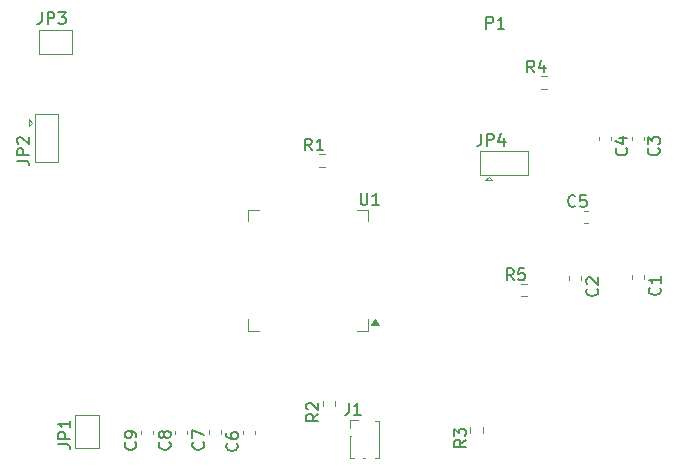
<source format=gbr>
%TF.GenerationSoftware,KiCad,Pcbnew,8.0.6*%
%TF.CreationDate,2024-10-28T16:17:03-03:00*%
%TF.ProjectId,CW312T_STM32F,43573331-3254-45f5-9354-4d3332462e6b,rev?*%
%TF.SameCoordinates,Original*%
%TF.FileFunction,Legend,Top*%
%TF.FilePolarity,Positive*%
%FSLAX46Y46*%
G04 Gerber Fmt 4.6, Leading zero omitted, Abs format (unit mm)*
G04 Created by KiCad (PCBNEW 8.0.6) date 2024-10-28 16:17:03*
%MOMM*%
%LPD*%
G01*
G04 APERTURE LIST*
%ADD10C,0.150000*%
%ADD11C,0.120000*%
G04 APERTURE END LIST*
D10*
X137354819Y-100566666D02*
X136878628Y-100899999D01*
X137354819Y-101138094D02*
X136354819Y-101138094D01*
X136354819Y-101138094D02*
X136354819Y-100757142D01*
X136354819Y-100757142D02*
X136402438Y-100661904D01*
X136402438Y-100661904D02*
X136450057Y-100614285D01*
X136450057Y-100614285D02*
X136545295Y-100566666D01*
X136545295Y-100566666D02*
X136688152Y-100566666D01*
X136688152Y-100566666D02*
X136783390Y-100614285D01*
X136783390Y-100614285D02*
X136831009Y-100661904D01*
X136831009Y-100661904D02*
X136878628Y-100757142D01*
X136878628Y-100757142D02*
X136878628Y-101138094D01*
X136450057Y-100185713D02*
X136402438Y-100138094D01*
X136402438Y-100138094D02*
X136354819Y-100042856D01*
X136354819Y-100042856D02*
X136354819Y-99804761D01*
X136354819Y-99804761D02*
X136402438Y-99709523D01*
X136402438Y-99709523D02*
X136450057Y-99661904D01*
X136450057Y-99661904D02*
X136545295Y-99614285D01*
X136545295Y-99614285D02*
X136640533Y-99614285D01*
X136640533Y-99614285D02*
X136783390Y-99661904D01*
X136783390Y-99661904D02*
X137354819Y-100233332D01*
X137354819Y-100233332D02*
X137354819Y-99614285D01*
X159133333Y-82959580D02*
X159085714Y-83007200D01*
X159085714Y-83007200D02*
X158942857Y-83054819D01*
X158942857Y-83054819D02*
X158847619Y-83054819D01*
X158847619Y-83054819D02*
X158704762Y-83007200D01*
X158704762Y-83007200D02*
X158609524Y-82911961D01*
X158609524Y-82911961D02*
X158561905Y-82816723D01*
X158561905Y-82816723D02*
X158514286Y-82626247D01*
X158514286Y-82626247D02*
X158514286Y-82483390D01*
X158514286Y-82483390D02*
X158561905Y-82292914D01*
X158561905Y-82292914D02*
X158609524Y-82197676D01*
X158609524Y-82197676D02*
X158704762Y-82102438D01*
X158704762Y-82102438D02*
X158847619Y-82054819D01*
X158847619Y-82054819D02*
X158942857Y-82054819D01*
X158942857Y-82054819D02*
X159085714Y-82102438D01*
X159085714Y-82102438D02*
X159133333Y-82150057D01*
X160038095Y-82054819D02*
X159561905Y-82054819D01*
X159561905Y-82054819D02*
X159514286Y-82531009D01*
X159514286Y-82531009D02*
X159561905Y-82483390D01*
X159561905Y-82483390D02*
X159657143Y-82435771D01*
X159657143Y-82435771D02*
X159895238Y-82435771D01*
X159895238Y-82435771D02*
X159990476Y-82483390D01*
X159990476Y-82483390D02*
X160038095Y-82531009D01*
X160038095Y-82531009D02*
X160085714Y-82626247D01*
X160085714Y-82626247D02*
X160085714Y-82864342D01*
X160085714Y-82864342D02*
X160038095Y-82959580D01*
X160038095Y-82959580D02*
X159990476Y-83007200D01*
X159990476Y-83007200D02*
X159895238Y-83054819D01*
X159895238Y-83054819D02*
X159657143Y-83054819D01*
X159657143Y-83054819D02*
X159561905Y-83007200D01*
X159561905Y-83007200D02*
X159514286Y-82959580D01*
X151591905Y-67949819D02*
X151591905Y-66949819D01*
X151591905Y-66949819D02*
X151972857Y-66949819D01*
X151972857Y-66949819D02*
X152068095Y-66997438D01*
X152068095Y-66997438D02*
X152115714Y-67045057D01*
X152115714Y-67045057D02*
X152163333Y-67140295D01*
X152163333Y-67140295D02*
X152163333Y-67283152D01*
X152163333Y-67283152D02*
X152115714Y-67378390D01*
X152115714Y-67378390D02*
X152068095Y-67426009D01*
X152068095Y-67426009D02*
X151972857Y-67473628D01*
X151972857Y-67473628D02*
X151591905Y-67473628D01*
X153115714Y-67949819D02*
X152544286Y-67949819D01*
X152830000Y-67949819D02*
X152830000Y-66949819D01*
X152830000Y-66949819D02*
X152734762Y-67092676D01*
X152734762Y-67092676D02*
X152639524Y-67187914D01*
X152639524Y-67187914D02*
X152544286Y-67235533D01*
X155633333Y-71654819D02*
X155300000Y-71178628D01*
X155061905Y-71654819D02*
X155061905Y-70654819D01*
X155061905Y-70654819D02*
X155442857Y-70654819D01*
X155442857Y-70654819D02*
X155538095Y-70702438D01*
X155538095Y-70702438D02*
X155585714Y-70750057D01*
X155585714Y-70750057D02*
X155633333Y-70845295D01*
X155633333Y-70845295D02*
X155633333Y-70988152D01*
X155633333Y-70988152D02*
X155585714Y-71083390D01*
X155585714Y-71083390D02*
X155538095Y-71131009D01*
X155538095Y-71131009D02*
X155442857Y-71178628D01*
X155442857Y-71178628D02*
X155061905Y-71178628D01*
X156490476Y-70988152D02*
X156490476Y-71654819D01*
X156252381Y-70607200D02*
X156014286Y-71321485D01*
X156014286Y-71321485D02*
X156633333Y-71321485D01*
X115354819Y-103133333D02*
X116069104Y-103133333D01*
X116069104Y-103133333D02*
X116211961Y-103180952D01*
X116211961Y-103180952D02*
X116307200Y-103276190D01*
X116307200Y-103276190D02*
X116354819Y-103419047D01*
X116354819Y-103419047D02*
X116354819Y-103514285D01*
X116354819Y-102657142D02*
X115354819Y-102657142D01*
X115354819Y-102657142D02*
X115354819Y-102276190D01*
X115354819Y-102276190D02*
X115402438Y-102180952D01*
X115402438Y-102180952D02*
X115450057Y-102133333D01*
X115450057Y-102133333D02*
X115545295Y-102085714D01*
X115545295Y-102085714D02*
X115688152Y-102085714D01*
X115688152Y-102085714D02*
X115783390Y-102133333D01*
X115783390Y-102133333D02*
X115831009Y-102180952D01*
X115831009Y-102180952D02*
X115878628Y-102276190D01*
X115878628Y-102276190D02*
X115878628Y-102657142D01*
X116354819Y-101133333D02*
X116354819Y-101704761D01*
X116354819Y-101419047D02*
X115354819Y-101419047D01*
X115354819Y-101419047D02*
X115497676Y-101514285D01*
X115497676Y-101514285D02*
X115592914Y-101609523D01*
X115592914Y-101609523D02*
X115640533Y-101704761D01*
X140938095Y-81854819D02*
X140938095Y-82664342D01*
X140938095Y-82664342D02*
X140985714Y-82759580D01*
X140985714Y-82759580D02*
X141033333Y-82807200D01*
X141033333Y-82807200D02*
X141128571Y-82854819D01*
X141128571Y-82854819D02*
X141319047Y-82854819D01*
X141319047Y-82854819D02*
X141414285Y-82807200D01*
X141414285Y-82807200D02*
X141461904Y-82759580D01*
X141461904Y-82759580D02*
X141509523Y-82664342D01*
X141509523Y-82664342D02*
X141509523Y-81854819D01*
X142509523Y-82854819D02*
X141938095Y-82854819D01*
X142223809Y-82854819D02*
X142223809Y-81854819D01*
X142223809Y-81854819D02*
X142128571Y-81997676D01*
X142128571Y-81997676D02*
X142033333Y-82092914D01*
X142033333Y-82092914D02*
X141938095Y-82140533D01*
X113966666Y-66554819D02*
X113966666Y-67269104D01*
X113966666Y-67269104D02*
X113919047Y-67411961D01*
X113919047Y-67411961D02*
X113823809Y-67507200D01*
X113823809Y-67507200D02*
X113680952Y-67554819D01*
X113680952Y-67554819D02*
X113585714Y-67554819D01*
X114442857Y-67554819D02*
X114442857Y-66554819D01*
X114442857Y-66554819D02*
X114823809Y-66554819D01*
X114823809Y-66554819D02*
X114919047Y-66602438D01*
X114919047Y-66602438D02*
X114966666Y-66650057D01*
X114966666Y-66650057D02*
X115014285Y-66745295D01*
X115014285Y-66745295D02*
X115014285Y-66888152D01*
X115014285Y-66888152D02*
X114966666Y-66983390D01*
X114966666Y-66983390D02*
X114919047Y-67031009D01*
X114919047Y-67031009D02*
X114823809Y-67078628D01*
X114823809Y-67078628D02*
X114442857Y-67078628D01*
X115347619Y-66554819D02*
X115966666Y-66554819D01*
X115966666Y-66554819D02*
X115633333Y-66935771D01*
X115633333Y-66935771D02*
X115776190Y-66935771D01*
X115776190Y-66935771D02*
X115871428Y-66983390D01*
X115871428Y-66983390D02*
X115919047Y-67031009D01*
X115919047Y-67031009D02*
X115966666Y-67126247D01*
X115966666Y-67126247D02*
X115966666Y-67364342D01*
X115966666Y-67364342D02*
X115919047Y-67459580D01*
X115919047Y-67459580D02*
X115871428Y-67507200D01*
X115871428Y-67507200D02*
X115776190Y-67554819D01*
X115776190Y-67554819D02*
X115490476Y-67554819D01*
X115490476Y-67554819D02*
X115395238Y-67507200D01*
X115395238Y-67507200D02*
X115347619Y-67459580D01*
X166159580Y-78066666D02*
X166207200Y-78114285D01*
X166207200Y-78114285D02*
X166254819Y-78257142D01*
X166254819Y-78257142D02*
X166254819Y-78352380D01*
X166254819Y-78352380D02*
X166207200Y-78495237D01*
X166207200Y-78495237D02*
X166111961Y-78590475D01*
X166111961Y-78590475D02*
X166016723Y-78638094D01*
X166016723Y-78638094D02*
X165826247Y-78685713D01*
X165826247Y-78685713D02*
X165683390Y-78685713D01*
X165683390Y-78685713D02*
X165492914Y-78638094D01*
X165492914Y-78638094D02*
X165397676Y-78590475D01*
X165397676Y-78590475D02*
X165302438Y-78495237D01*
X165302438Y-78495237D02*
X165254819Y-78352380D01*
X165254819Y-78352380D02*
X165254819Y-78257142D01*
X165254819Y-78257142D02*
X165302438Y-78114285D01*
X165302438Y-78114285D02*
X165350057Y-78066666D01*
X165254819Y-77733332D02*
X165254819Y-77114285D01*
X165254819Y-77114285D02*
X165635771Y-77447618D01*
X165635771Y-77447618D02*
X165635771Y-77304761D01*
X165635771Y-77304761D02*
X165683390Y-77209523D01*
X165683390Y-77209523D02*
X165731009Y-77161904D01*
X165731009Y-77161904D02*
X165826247Y-77114285D01*
X165826247Y-77114285D02*
X166064342Y-77114285D01*
X166064342Y-77114285D02*
X166159580Y-77161904D01*
X166159580Y-77161904D02*
X166207200Y-77209523D01*
X166207200Y-77209523D02*
X166254819Y-77304761D01*
X166254819Y-77304761D02*
X166254819Y-77590475D01*
X166254819Y-77590475D02*
X166207200Y-77685713D01*
X166207200Y-77685713D02*
X166159580Y-77733332D01*
X160959580Y-89966666D02*
X161007200Y-90014285D01*
X161007200Y-90014285D02*
X161054819Y-90157142D01*
X161054819Y-90157142D02*
X161054819Y-90252380D01*
X161054819Y-90252380D02*
X161007200Y-90395237D01*
X161007200Y-90395237D02*
X160911961Y-90490475D01*
X160911961Y-90490475D02*
X160816723Y-90538094D01*
X160816723Y-90538094D02*
X160626247Y-90585713D01*
X160626247Y-90585713D02*
X160483390Y-90585713D01*
X160483390Y-90585713D02*
X160292914Y-90538094D01*
X160292914Y-90538094D02*
X160197676Y-90490475D01*
X160197676Y-90490475D02*
X160102438Y-90395237D01*
X160102438Y-90395237D02*
X160054819Y-90252380D01*
X160054819Y-90252380D02*
X160054819Y-90157142D01*
X160054819Y-90157142D02*
X160102438Y-90014285D01*
X160102438Y-90014285D02*
X160150057Y-89966666D01*
X160150057Y-89585713D02*
X160102438Y-89538094D01*
X160102438Y-89538094D02*
X160054819Y-89442856D01*
X160054819Y-89442856D02*
X160054819Y-89204761D01*
X160054819Y-89204761D02*
X160102438Y-89109523D01*
X160102438Y-89109523D02*
X160150057Y-89061904D01*
X160150057Y-89061904D02*
X160245295Y-89014285D01*
X160245295Y-89014285D02*
X160340533Y-89014285D01*
X160340533Y-89014285D02*
X160483390Y-89061904D01*
X160483390Y-89061904D02*
X161054819Y-89633332D01*
X161054819Y-89633332D02*
X161054819Y-89014285D01*
X149854819Y-102766666D02*
X149378628Y-103099999D01*
X149854819Y-103338094D02*
X148854819Y-103338094D01*
X148854819Y-103338094D02*
X148854819Y-102957142D01*
X148854819Y-102957142D02*
X148902438Y-102861904D01*
X148902438Y-102861904D02*
X148950057Y-102814285D01*
X148950057Y-102814285D02*
X149045295Y-102766666D01*
X149045295Y-102766666D02*
X149188152Y-102766666D01*
X149188152Y-102766666D02*
X149283390Y-102814285D01*
X149283390Y-102814285D02*
X149331009Y-102861904D01*
X149331009Y-102861904D02*
X149378628Y-102957142D01*
X149378628Y-102957142D02*
X149378628Y-103338094D01*
X148854819Y-102433332D02*
X148854819Y-101814285D01*
X148854819Y-101814285D02*
X149235771Y-102147618D01*
X149235771Y-102147618D02*
X149235771Y-102004761D01*
X149235771Y-102004761D02*
X149283390Y-101909523D01*
X149283390Y-101909523D02*
X149331009Y-101861904D01*
X149331009Y-101861904D02*
X149426247Y-101814285D01*
X149426247Y-101814285D02*
X149664342Y-101814285D01*
X149664342Y-101814285D02*
X149759580Y-101861904D01*
X149759580Y-101861904D02*
X149807200Y-101909523D01*
X149807200Y-101909523D02*
X149854819Y-102004761D01*
X149854819Y-102004761D02*
X149854819Y-102290475D01*
X149854819Y-102290475D02*
X149807200Y-102385713D01*
X149807200Y-102385713D02*
X149759580Y-102433332D01*
X163434580Y-78066666D02*
X163482200Y-78114285D01*
X163482200Y-78114285D02*
X163529819Y-78257142D01*
X163529819Y-78257142D02*
X163529819Y-78352380D01*
X163529819Y-78352380D02*
X163482200Y-78495237D01*
X163482200Y-78495237D02*
X163386961Y-78590475D01*
X163386961Y-78590475D02*
X163291723Y-78638094D01*
X163291723Y-78638094D02*
X163101247Y-78685713D01*
X163101247Y-78685713D02*
X162958390Y-78685713D01*
X162958390Y-78685713D02*
X162767914Y-78638094D01*
X162767914Y-78638094D02*
X162672676Y-78590475D01*
X162672676Y-78590475D02*
X162577438Y-78495237D01*
X162577438Y-78495237D02*
X162529819Y-78352380D01*
X162529819Y-78352380D02*
X162529819Y-78257142D01*
X162529819Y-78257142D02*
X162577438Y-78114285D01*
X162577438Y-78114285D02*
X162625057Y-78066666D01*
X162863152Y-77209523D02*
X163529819Y-77209523D01*
X162482200Y-77447618D02*
X163196485Y-77685713D01*
X163196485Y-77685713D02*
X163196485Y-77066666D01*
X166259580Y-89866666D02*
X166307200Y-89914285D01*
X166307200Y-89914285D02*
X166354819Y-90057142D01*
X166354819Y-90057142D02*
X166354819Y-90152380D01*
X166354819Y-90152380D02*
X166307200Y-90295237D01*
X166307200Y-90295237D02*
X166211961Y-90390475D01*
X166211961Y-90390475D02*
X166116723Y-90438094D01*
X166116723Y-90438094D02*
X165926247Y-90485713D01*
X165926247Y-90485713D02*
X165783390Y-90485713D01*
X165783390Y-90485713D02*
X165592914Y-90438094D01*
X165592914Y-90438094D02*
X165497676Y-90390475D01*
X165497676Y-90390475D02*
X165402438Y-90295237D01*
X165402438Y-90295237D02*
X165354819Y-90152380D01*
X165354819Y-90152380D02*
X165354819Y-90057142D01*
X165354819Y-90057142D02*
X165402438Y-89914285D01*
X165402438Y-89914285D02*
X165450057Y-89866666D01*
X166354819Y-88914285D02*
X166354819Y-89485713D01*
X166354819Y-89199999D02*
X165354819Y-89199999D01*
X165354819Y-89199999D02*
X165497676Y-89295237D01*
X165497676Y-89295237D02*
X165592914Y-89390475D01*
X165592914Y-89390475D02*
X165640533Y-89485713D01*
X153908333Y-89254819D02*
X153575000Y-88778628D01*
X153336905Y-89254819D02*
X153336905Y-88254819D01*
X153336905Y-88254819D02*
X153717857Y-88254819D01*
X153717857Y-88254819D02*
X153813095Y-88302438D01*
X153813095Y-88302438D02*
X153860714Y-88350057D01*
X153860714Y-88350057D02*
X153908333Y-88445295D01*
X153908333Y-88445295D02*
X153908333Y-88588152D01*
X153908333Y-88588152D02*
X153860714Y-88683390D01*
X153860714Y-88683390D02*
X153813095Y-88731009D01*
X153813095Y-88731009D02*
X153717857Y-88778628D01*
X153717857Y-88778628D02*
X153336905Y-88778628D01*
X154813095Y-88254819D02*
X154336905Y-88254819D01*
X154336905Y-88254819D02*
X154289286Y-88731009D01*
X154289286Y-88731009D02*
X154336905Y-88683390D01*
X154336905Y-88683390D02*
X154432143Y-88635771D01*
X154432143Y-88635771D02*
X154670238Y-88635771D01*
X154670238Y-88635771D02*
X154765476Y-88683390D01*
X154765476Y-88683390D02*
X154813095Y-88731009D01*
X154813095Y-88731009D02*
X154860714Y-88826247D01*
X154860714Y-88826247D02*
X154860714Y-89064342D01*
X154860714Y-89064342D02*
X154813095Y-89159580D01*
X154813095Y-89159580D02*
X154765476Y-89207200D01*
X154765476Y-89207200D02*
X154670238Y-89254819D01*
X154670238Y-89254819D02*
X154432143Y-89254819D01*
X154432143Y-89254819D02*
X154336905Y-89207200D01*
X154336905Y-89207200D02*
X154289286Y-89159580D01*
X111854819Y-79133333D02*
X112569104Y-79133333D01*
X112569104Y-79133333D02*
X112711961Y-79180952D01*
X112711961Y-79180952D02*
X112807200Y-79276190D01*
X112807200Y-79276190D02*
X112854819Y-79419047D01*
X112854819Y-79419047D02*
X112854819Y-79514285D01*
X112854819Y-78657142D02*
X111854819Y-78657142D01*
X111854819Y-78657142D02*
X111854819Y-78276190D01*
X111854819Y-78276190D02*
X111902438Y-78180952D01*
X111902438Y-78180952D02*
X111950057Y-78133333D01*
X111950057Y-78133333D02*
X112045295Y-78085714D01*
X112045295Y-78085714D02*
X112188152Y-78085714D01*
X112188152Y-78085714D02*
X112283390Y-78133333D01*
X112283390Y-78133333D02*
X112331009Y-78180952D01*
X112331009Y-78180952D02*
X112378628Y-78276190D01*
X112378628Y-78276190D02*
X112378628Y-78657142D01*
X111950057Y-77704761D02*
X111902438Y-77657142D01*
X111902438Y-77657142D02*
X111854819Y-77561904D01*
X111854819Y-77561904D02*
X111854819Y-77323809D01*
X111854819Y-77323809D02*
X111902438Y-77228571D01*
X111902438Y-77228571D02*
X111950057Y-77180952D01*
X111950057Y-77180952D02*
X112045295Y-77133333D01*
X112045295Y-77133333D02*
X112140533Y-77133333D01*
X112140533Y-77133333D02*
X112283390Y-77180952D01*
X112283390Y-77180952D02*
X112854819Y-77752380D01*
X112854819Y-77752380D02*
X112854819Y-77133333D01*
X124759580Y-102966666D02*
X124807200Y-103014285D01*
X124807200Y-103014285D02*
X124854819Y-103157142D01*
X124854819Y-103157142D02*
X124854819Y-103252380D01*
X124854819Y-103252380D02*
X124807200Y-103395237D01*
X124807200Y-103395237D02*
X124711961Y-103490475D01*
X124711961Y-103490475D02*
X124616723Y-103538094D01*
X124616723Y-103538094D02*
X124426247Y-103585713D01*
X124426247Y-103585713D02*
X124283390Y-103585713D01*
X124283390Y-103585713D02*
X124092914Y-103538094D01*
X124092914Y-103538094D02*
X123997676Y-103490475D01*
X123997676Y-103490475D02*
X123902438Y-103395237D01*
X123902438Y-103395237D02*
X123854819Y-103252380D01*
X123854819Y-103252380D02*
X123854819Y-103157142D01*
X123854819Y-103157142D02*
X123902438Y-103014285D01*
X123902438Y-103014285D02*
X123950057Y-102966666D01*
X124283390Y-102395237D02*
X124235771Y-102490475D01*
X124235771Y-102490475D02*
X124188152Y-102538094D01*
X124188152Y-102538094D02*
X124092914Y-102585713D01*
X124092914Y-102585713D02*
X124045295Y-102585713D01*
X124045295Y-102585713D02*
X123950057Y-102538094D01*
X123950057Y-102538094D02*
X123902438Y-102490475D01*
X123902438Y-102490475D02*
X123854819Y-102395237D01*
X123854819Y-102395237D02*
X123854819Y-102204761D01*
X123854819Y-102204761D02*
X123902438Y-102109523D01*
X123902438Y-102109523D02*
X123950057Y-102061904D01*
X123950057Y-102061904D02*
X124045295Y-102014285D01*
X124045295Y-102014285D02*
X124092914Y-102014285D01*
X124092914Y-102014285D02*
X124188152Y-102061904D01*
X124188152Y-102061904D02*
X124235771Y-102109523D01*
X124235771Y-102109523D02*
X124283390Y-102204761D01*
X124283390Y-102204761D02*
X124283390Y-102395237D01*
X124283390Y-102395237D02*
X124331009Y-102490475D01*
X124331009Y-102490475D02*
X124378628Y-102538094D01*
X124378628Y-102538094D02*
X124473866Y-102585713D01*
X124473866Y-102585713D02*
X124664342Y-102585713D01*
X124664342Y-102585713D02*
X124759580Y-102538094D01*
X124759580Y-102538094D02*
X124807200Y-102490475D01*
X124807200Y-102490475D02*
X124854819Y-102395237D01*
X124854819Y-102395237D02*
X124854819Y-102204761D01*
X124854819Y-102204761D02*
X124807200Y-102109523D01*
X124807200Y-102109523D02*
X124759580Y-102061904D01*
X124759580Y-102061904D02*
X124664342Y-102014285D01*
X124664342Y-102014285D02*
X124473866Y-102014285D01*
X124473866Y-102014285D02*
X124378628Y-102061904D01*
X124378628Y-102061904D02*
X124331009Y-102109523D01*
X124331009Y-102109523D02*
X124283390Y-102204761D01*
X136833333Y-78254819D02*
X136500000Y-77778628D01*
X136261905Y-78254819D02*
X136261905Y-77254819D01*
X136261905Y-77254819D02*
X136642857Y-77254819D01*
X136642857Y-77254819D02*
X136738095Y-77302438D01*
X136738095Y-77302438D02*
X136785714Y-77350057D01*
X136785714Y-77350057D02*
X136833333Y-77445295D01*
X136833333Y-77445295D02*
X136833333Y-77588152D01*
X136833333Y-77588152D02*
X136785714Y-77683390D01*
X136785714Y-77683390D02*
X136738095Y-77731009D01*
X136738095Y-77731009D02*
X136642857Y-77778628D01*
X136642857Y-77778628D02*
X136261905Y-77778628D01*
X137785714Y-78254819D02*
X137214286Y-78254819D01*
X137500000Y-78254819D02*
X137500000Y-77254819D01*
X137500000Y-77254819D02*
X137404762Y-77397676D01*
X137404762Y-77397676D02*
X137309524Y-77492914D01*
X137309524Y-77492914D02*
X137214286Y-77540533D01*
X139966666Y-99654819D02*
X139966666Y-100369104D01*
X139966666Y-100369104D02*
X139919047Y-100511961D01*
X139919047Y-100511961D02*
X139823809Y-100607200D01*
X139823809Y-100607200D02*
X139680952Y-100654819D01*
X139680952Y-100654819D02*
X139585714Y-100654819D01*
X140966666Y-100654819D02*
X140395238Y-100654819D01*
X140680952Y-100654819D02*
X140680952Y-99654819D01*
X140680952Y-99654819D02*
X140585714Y-99797676D01*
X140585714Y-99797676D02*
X140490476Y-99892914D01*
X140490476Y-99892914D02*
X140395238Y-99940533D01*
X127609580Y-102966666D02*
X127657200Y-103014285D01*
X127657200Y-103014285D02*
X127704819Y-103157142D01*
X127704819Y-103157142D02*
X127704819Y-103252380D01*
X127704819Y-103252380D02*
X127657200Y-103395237D01*
X127657200Y-103395237D02*
X127561961Y-103490475D01*
X127561961Y-103490475D02*
X127466723Y-103538094D01*
X127466723Y-103538094D02*
X127276247Y-103585713D01*
X127276247Y-103585713D02*
X127133390Y-103585713D01*
X127133390Y-103585713D02*
X126942914Y-103538094D01*
X126942914Y-103538094D02*
X126847676Y-103490475D01*
X126847676Y-103490475D02*
X126752438Y-103395237D01*
X126752438Y-103395237D02*
X126704819Y-103252380D01*
X126704819Y-103252380D02*
X126704819Y-103157142D01*
X126704819Y-103157142D02*
X126752438Y-103014285D01*
X126752438Y-103014285D02*
X126800057Y-102966666D01*
X126704819Y-102633332D02*
X126704819Y-101966666D01*
X126704819Y-101966666D02*
X127704819Y-102395237D01*
X130459580Y-103066666D02*
X130507200Y-103114285D01*
X130507200Y-103114285D02*
X130554819Y-103257142D01*
X130554819Y-103257142D02*
X130554819Y-103352380D01*
X130554819Y-103352380D02*
X130507200Y-103495237D01*
X130507200Y-103495237D02*
X130411961Y-103590475D01*
X130411961Y-103590475D02*
X130316723Y-103638094D01*
X130316723Y-103638094D02*
X130126247Y-103685713D01*
X130126247Y-103685713D02*
X129983390Y-103685713D01*
X129983390Y-103685713D02*
X129792914Y-103638094D01*
X129792914Y-103638094D02*
X129697676Y-103590475D01*
X129697676Y-103590475D02*
X129602438Y-103495237D01*
X129602438Y-103495237D02*
X129554819Y-103352380D01*
X129554819Y-103352380D02*
X129554819Y-103257142D01*
X129554819Y-103257142D02*
X129602438Y-103114285D01*
X129602438Y-103114285D02*
X129650057Y-103066666D01*
X129554819Y-102209523D02*
X129554819Y-102399999D01*
X129554819Y-102399999D02*
X129602438Y-102495237D01*
X129602438Y-102495237D02*
X129650057Y-102542856D01*
X129650057Y-102542856D02*
X129792914Y-102638094D01*
X129792914Y-102638094D02*
X129983390Y-102685713D01*
X129983390Y-102685713D02*
X130364342Y-102685713D01*
X130364342Y-102685713D02*
X130459580Y-102638094D01*
X130459580Y-102638094D02*
X130507200Y-102590475D01*
X130507200Y-102590475D02*
X130554819Y-102495237D01*
X130554819Y-102495237D02*
X130554819Y-102304761D01*
X130554819Y-102304761D02*
X130507200Y-102209523D01*
X130507200Y-102209523D02*
X130459580Y-102161904D01*
X130459580Y-102161904D02*
X130364342Y-102114285D01*
X130364342Y-102114285D02*
X130126247Y-102114285D01*
X130126247Y-102114285D02*
X130031009Y-102161904D01*
X130031009Y-102161904D02*
X129983390Y-102209523D01*
X129983390Y-102209523D02*
X129935771Y-102304761D01*
X129935771Y-102304761D02*
X129935771Y-102495237D01*
X129935771Y-102495237D02*
X129983390Y-102590475D01*
X129983390Y-102590475D02*
X130031009Y-102638094D01*
X130031009Y-102638094D02*
X130126247Y-102685713D01*
X121859580Y-102966666D02*
X121907200Y-103014285D01*
X121907200Y-103014285D02*
X121954819Y-103157142D01*
X121954819Y-103157142D02*
X121954819Y-103252380D01*
X121954819Y-103252380D02*
X121907200Y-103395237D01*
X121907200Y-103395237D02*
X121811961Y-103490475D01*
X121811961Y-103490475D02*
X121716723Y-103538094D01*
X121716723Y-103538094D02*
X121526247Y-103585713D01*
X121526247Y-103585713D02*
X121383390Y-103585713D01*
X121383390Y-103585713D02*
X121192914Y-103538094D01*
X121192914Y-103538094D02*
X121097676Y-103490475D01*
X121097676Y-103490475D02*
X121002438Y-103395237D01*
X121002438Y-103395237D02*
X120954819Y-103252380D01*
X120954819Y-103252380D02*
X120954819Y-103157142D01*
X120954819Y-103157142D02*
X121002438Y-103014285D01*
X121002438Y-103014285D02*
X121050057Y-102966666D01*
X121954819Y-102490475D02*
X121954819Y-102299999D01*
X121954819Y-102299999D02*
X121907200Y-102204761D01*
X121907200Y-102204761D02*
X121859580Y-102157142D01*
X121859580Y-102157142D02*
X121716723Y-102061904D01*
X121716723Y-102061904D02*
X121526247Y-102014285D01*
X121526247Y-102014285D02*
X121145295Y-102014285D01*
X121145295Y-102014285D02*
X121050057Y-102061904D01*
X121050057Y-102061904D02*
X121002438Y-102109523D01*
X121002438Y-102109523D02*
X120954819Y-102204761D01*
X120954819Y-102204761D02*
X120954819Y-102395237D01*
X120954819Y-102395237D02*
X121002438Y-102490475D01*
X121002438Y-102490475D02*
X121050057Y-102538094D01*
X121050057Y-102538094D02*
X121145295Y-102585713D01*
X121145295Y-102585713D02*
X121383390Y-102585713D01*
X121383390Y-102585713D02*
X121478628Y-102538094D01*
X121478628Y-102538094D02*
X121526247Y-102490475D01*
X121526247Y-102490475D02*
X121573866Y-102395237D01*
X121573866Y-102395237D02*
X121573866Y-102204761D01*
X121573866Y-102204761D02*
X121526247Y-102109523D01*
X121526247Y-102109523D02*
X121478628Y-102061904D01*
X121478628Y-102061904D02*
X121383390Y-102014285D01*
X151166666Y-76854819D02*
X151166666Y-77569104D01*
X151166666Y-77569104D02*
X151119047Y-77711961D01*
X151119047Y-77711961D02*
X151023809Y-77807200D01*
X151023809Y-77807200D02*
X150880952Y-77854819D01*
X150880952Y-77854819D02*
X150785714Y-77854819D01*
X151642857Y-77854819D02*
X151642857Y-76854819D01*
X151642857Y-76854819D02*
X152023809Y-76854819D01*
X152023809Y-76854819D02*
X152119047Y-76902438D01*
X152119047Y-76902438D02*
X152166666Y-76950057D01*
X152166666Y-76950057D02*
X152214285Y-77045295D01*
X152214285Y-77045295D02*
X152214285Y-77188152D01*
X152214285Y-77188152D02*
X152166666Y-77283390D01*
X152166666Y-77283390D02*
X152119047Y-77331009D01*
X152119047Y-77331009D02*
X152023809Y-77378628D01*
X152023809Y-77378628D02*
X151642857Y-77378628D01*
X153071428Y-77188152D02*
X153071428Y-77854819D01*
X152833333Y-76807200D02*
X152595238Y-77521485D01*
X152595238Y-77521485D02*
X153214285Y-77521485D01*
D11*
%TO.C,R2*%
X137727500Y-99437742D02*
X137727500Y-99912258D01*
X138772500Y-99437742D02*
X138772500Y-99912258D01*
%TO.C,C5*%
X159884420Y-83390000D02*
X160165580Y-83390000D01*
X159884420Y-84410000D02*
X160165580Y-84410000D01*
%TO.C,R4*%
X156712258Y-71977500D02*
X156237742Y-71977500D01*
X156712258Y-73022500D02*
X156237742Y-73022500D01*
%TO.C,JP1*%
X116800000Y-100650000D02*
X118800000Y-100650000D01*
X116800000Y-103450000D02*
X116800000Y-100650000D01*
X118800000Y-100650000D02*
X118800000Y-103450000D01*
X118800000Y-103450000D02*
X116800000Y-103450000D01*
%TO.C,U1*%
X131390000Y-83302500D02*
X131390000Y-84252500D01*
X131390000Y-93522500D02*
X131390000Y-92572500D01*
X132340000Y-83302500D02*
X131390000Y-83302500D01*
X132340000Y-93522500D02*
X131390000Y-93522500D01*
X140660000Y-83302500D02*
X141610000Y-83302500D01*
X140660000Y-93522500D02*
X141610000Y-93522500D01*
X141610000Y-83302500D02*
X141610000Y-84252500D01*
X141610000Y-93522500D02*
X141610000Y-92572500D01*
X142540000Y-93042500D02*
X141860000Y-93042500D01*
X142200000Y-92572500D01*
X142540000Y-93042500D01*
G36*
X142540000Y-93042500D02*
G01*
X141860000Y-93042500D01*
X142200000Y-92572500D01*
X142540000Y-93042500D01*
G37*
%TO.C,JP3*%
X113750000Y-68100000D02*
X116550000Y-68100000D01*
X113750000Y-70100000D02*
X113750000Y-68100000D01*
X116550000Y-68100000D02*
X116550000Y-70100000D01*
X116550000Y-70100000D02*
X113750000Y-70100000D01*
%TO.C,C3*%
X163890000Y-77084420D02*
X163890000Y-77365580D01*
X164910000Y-77084420D02*
X164910000Y-77365580D01*
%TO.C,C2*%
X158590000Y-88909420D02*
X158590000Y-89190580D01*
X159610000Y-88909420D02*
X159610000Y-89190580D01*
%TO.C,R3*%
X150227500Y-101687742D02*
X150227500Y-102162258D01*
X151272500Y-101687742D02*
X151272500Y-102162258D01*
%TO.C,C4*%
X161140000Y-77084420D02*
X161140000Y-77365580D01*
X162160000Y-77084420D02*
X162160000Y-77365580D01*
%TO.C,C1*%
X163890000Y-88834420D02*
X163890000Y-89115580D01*
X164910000Y-88834420D02*
X164910000Y-89115580D01*
%TO.C,R5*%
X155012258Y-89577500D02*
X154537742Y-89577500D01*
X155012258Y-90622500D02*
X154537742Y-90622500D01*
%TO.C,JP2*%
X112850000Y-75600000D02*
X112850000Y-76200000D01*
X113150000Y-75900000D02*
X112850000Y-75600000D01*
X113150000Y-75900000D02*
X112850000Y-76200000D01*
X113350000Y-75150000D02*
X115350000Y-75150000D01*
X113350000Y-79250000D02*
X113350000Y-75150000D01*
X115350000Y-75150000D02*
X115350000Y-79250000D01*
X115350000Y-79250000D02*
X113350000Y-79250000D01*
%TO.C,C8*%
X125190000Y-101984420D02*
X125190000Y-102265580D01*
X126210000Y-101984420D02*
X126210000Y-102265580D01*
%TO.C,R1*%
X137437742Y-78577500D02*
X137912258Y-78577500D01*
X137437742Y-79622500D02*
X137912258Y-79622500D01*
%TO.C,J1*%
X140040000Y-101065000D02*
X140750000Y-101065000D01*
X140040000Y-101750000D02*
X140040000Y-101065000D01*
X140040000Y-102435000D02*
X140040000Y-104310000D01*
X140040000Y-102435000D02*
X140141724Y-102435000D01*
X140040000Y-104310000D02*
X140355507Y-104310000D01*
X141144493Y-104310000D02*
X141355507Y-104310000D01*
X142144493Y-101190000D02*
X142460000Y-101190000D01*
X142144493Y-104310000D02*
X142460000Y-104310000D01*
X142460000Y-101190000D02*
X142460000Y-104310000D01*
%TO.C,C7*%
X128090000Y-101959420D02*
X128090000Y-102240580D01*
X129110000Y-101959420D02*
X129110000Y-102240580D01*
%TO.C,C6*%
X130990000Y-102009420D02*
X130990000Y-102290580D01*
X132010000Y-102009420D02*
X132010000Y-102290580D01*
%TO.C,C9*%
X122340000Y-102009420D02*
X122340000Y-102290580D01*
X123360000Y-102009420D02*
X123360000Y-102290580D01*
%TO.C,JP4*%
X151050000Y-78300000D02*
X155150000Y-78300000D01*
X151050000Y-80300000D02*
X151050000Y-78300000D01*
X151500000Y-80800000D02*
X152100000Y-80800000D01*
X151800000Y-80500000D02*
X151500000Y-80800000D01*
X151800000Y-80500000D02*
X152100000Y-80800000D01*
X155150000Y-78300000D02*
X155150000Y-80300000D01*
X155150000Y-80300000D02*
X151050000Y-80300000D01*
%TD*%
M02*

</source>
